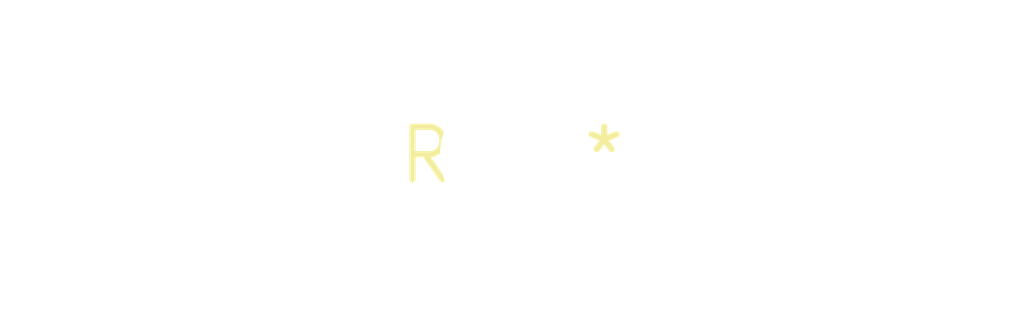
<source format=kicad_pcb>
(kicad_pcb (version 20240108) (generator pcbnew)
  (layers (0 "F.Cu" signal) (31 "B.Cu" signal) (34 "B.Paste" user) (35 "F.Paste" user) (36 "B.SilkS" user "B.Silkscreen") (37 "F.SilkS" user "F.Silkscreen") (38 "B.Mask" user) (39 "F.Mask" user) (44 "Edge.Cuts" user))
  (net 0 "")
  (footprint "MountingHole_3.5mm_Pad" (layer "F.Cu") (at 0 0)
    (property "Reference" "REF**")
    (property "Value" "MountingHole_3.5mm_Pad")
    (pad "1" thru_hole circle (at 0 0) (size 7 7) (drill 3.5) (layers *.Cu *.Mask) (remove_unused_layers))
  )
)
</source>
